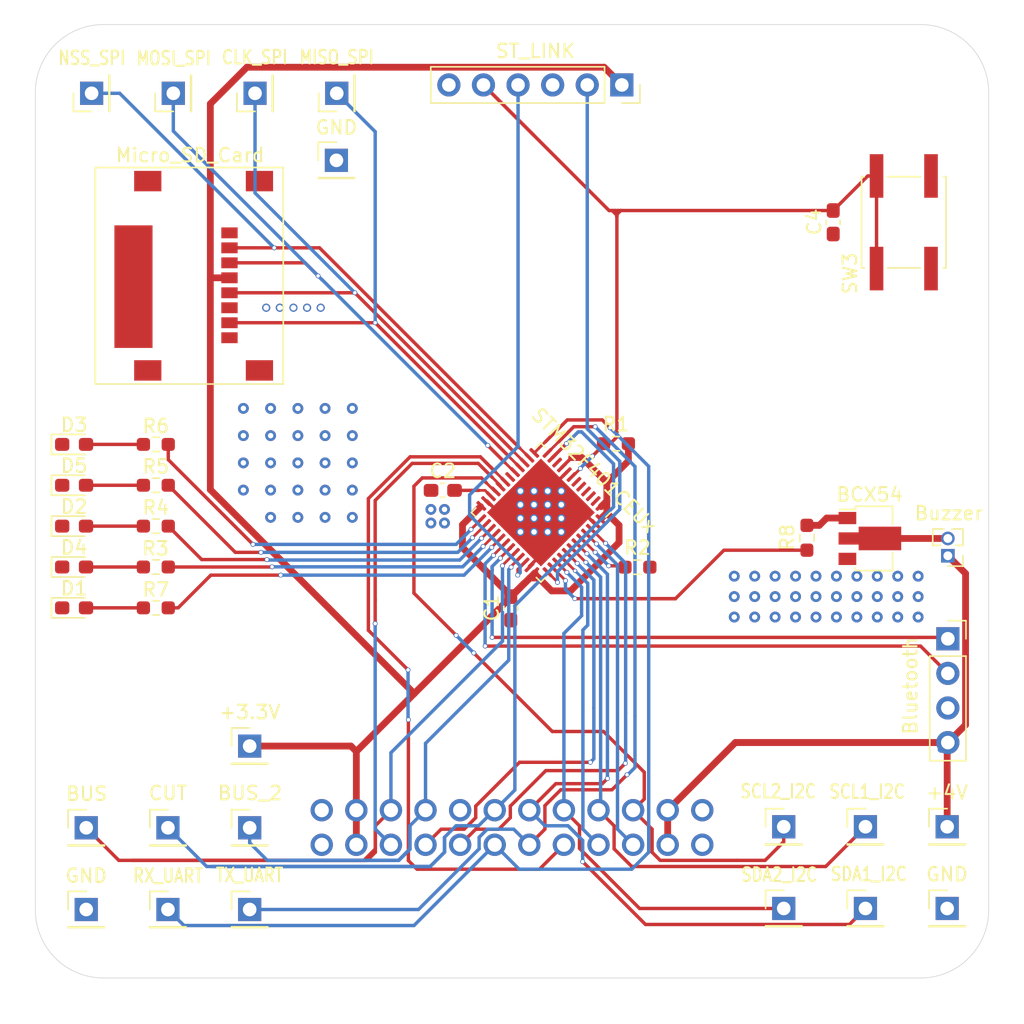
<source format=kicad_pcb>
(kicad_pcb (version 20211014) (generator pcbnew)
  (layers (0 "F.Cu" signal) (31 "B.Cu" signal) (34 "B.Paste" user) (35 "F.Paste" user) (36 "B.SilkS" user "B.Silkscreen") (37 "F.SilkS" user "F.Silkscreen") (38 "B.Mask" user) (39 "F.Mask" user) (44 "Edge.Cuts" user))
  (net 0 "")
  (net 1 "GND")
  (net 2 "Net-(J1-Pad6)")
  (net 3 "/NRST")
  (net 4 "Net-(D1-Pad2)")
  (net 5 "Net-(D2-Pad2)")
  (net 6 "Net-(D3-Pad2)")
  (net 7 "Net-(D4-Pad2)")
  (net 8 "Net-(D5-Pad2)")
  (net 9 "/SWCLK")
  (net 10 "/SWDIO")
  (net 11 "Net-(J2-Pad8)")
  (net 12 "/MISO")
  (net 13 "/CLK")
  (net 14 "/MOSI")
  (net 15 "Net-(J2-Pad1)")
  (net 16 "+3V3")
  (net 17 "Net-(C2-Pad2)")
  (net 18 "/NSS")
  (net 19 "+4V")
  (net 20 "/SDA1_KOP")
  (net 21 "/SCL1_KOP")
  (net 22 "/RX_KOP")
  (net 23 "/TX_KOP")
  (net 24 "/BUS_CONTROL1")
  (net 25 "/BUS_CONTROL2")
  (net 26 "/SDA2_KOP")
  (net 27 "/SCL2_KOP")
  (net 28 "/MCU_KAM_OK_1")
  (net 29 "/MCU_KAM_START_1")
  (net 30 "/MCU_KAM_ON_1")
  (net 31 "/MCU_KAM_ON_2")
  (net 32 "/MCU_KAM_START_2")
  (net 33 "/MCU_KAM_OK_2")
  (net 34 "/RX_BLUETOOTH")
  (net 35 "/TX_BLUETOOTH")
  (net 36 "Net-(R2-Pad1)")
  (net 37 "Net-(U3-Pad2)")
  (net 38 "Net-(U3-Pad3)")
  (net 39 "Net-(U3-Pad4)")
  (net 40 "Net-(U3-Pad5)")
  (net 41 "Net-(U3-Pad6)")
  (net 42 "Net-(U3-Pad10)")
  (net 43 "Net-(R3-Pad1)")
  (net 44 "Net-(R4-Pad1)")
  (net 45 "Net-(R5-Pad1)")
  (net 46 "Net-(R6-Pad1)")
  (net 47 "Net-(R7-Pad1)")
  (net 48 "/CUT_CONTROL")
  (net 49 "Net-(J3-Pad17)")
  (net 50 "Net-(BZ1-Pad2)")
  (net 51 "Net-(Q1-Pad1)")
  (net 52 "/BUZZER")
  (net 53 "Net-(U3-Pad18)")
  (footprint "Borta_Dators:SAMTEC-SSW-112-02-X-D-RA" (layer "F.Cu") (at 115 116 180)
    (fp_text reference "J3")
    (fp_text value "Conn_02x12_Top_Bottom")
  )
  (footprint "Connector_PinHeader_1.27mm:PinHeader_1x02_P1.27mm_Vertical" (layer "F.Cu") (at 147 89.0016 180)
    (fp_text reference "BZ1")
    (fp_text value "Buzzer")
  )
  (footprint "Capacitor_SMD:C_0603_1608Metric_Pad1.08x0.95mm_HandSolder" (layer "F.Cu") (at 114.9096 92.8624 -90)
    (fp_text reference "C1")
    (fp_text value "100nF")
  )
  (footprint "Capacitor_SMD:C_0603_1608Metric_Pad1.08x0.95mm_HandSolder" (layer "F.Cu") (at 138.5824 64.516 -90)
    (fp_text reference "C4")
    (fp_text value "100nF")
  )
  (footprint "Diode_SMD:D_0603_1608Metric_Pad1.05x0.95mm_HandSolder" (layer "F.Cu") (at 82.8476 92.826)
    (fp_text reference "D1")
    (fp_text value "LED_Small")
  )
  (footprint "Diode_SMD:D_0603_1608Metric_Pad1.05x0.95mm_HandSolder" (layer "F.Cu") (at 82.8476 86.826)
    (fp_text reference "D2")
    (fp_text value "LED_Small")
  )
  (footprint "Diode_SMD:D_0603_1608Metric_Pad1.05x0.95mm_HandSolder" (layer "F.Cu") (at 82.8476 80.826)
    (fp_text reference "D3")
    (fp_text value "LED_Small")
  )
  (footprint "Diode_SMD:D_0603_1608Metric_Pad1.05x0.95mm_HandSolder" (layer "F.Cu") (at 82.8476 89.826)
    (fp_text reference "D4")
    (fp_text value "LED_Small")
  )
  (footprint "Diode_SMD:D_0603_1608Metric_Pad1.05x0.95mm_HandSolder" (layer "F.Cu") (at 82.8476 83.826)
    (fp_text reference "D5")
    (fp_text value "LED_Small")
  )
  (footprint "Connector_PinSocket_2.54mm:PinSocket_1x06_P2.54mm_Vertical" (layer "F.Cu") (at 123.063 54.4322 -90)
    (fp_text reference "J1")
    (fp_text value "ST_LINK")
  )
  (footprint "Borta_Dators:Micro_SD" (layer "F.Cu") (at 92.4052 70.993 90)
    (fp_text reference "J2")
    (fp_text value "Micro_SD_Card")
  )
  (footprint "Connector_PinSocket_2.54mm:PinSocket_1x04_P2.54mm_Vertical" (layer "F.Cu") (at 147 95.0976)
    (fp_text reference "J6")
    (fp_text value "Bluetooth")
  )
  (footprint "Package_TO_SOT_SMD:SOT-89-3" (layer "F.Cu") (at 141.2748 87.7316)
    (fp_text reference "Q1")
    (fp_text value "BCX54")
  )
  (footprint "Resistor_SMD:R_0603_1608Metric_Pad0.98x0.95mm_HandSolder" (layer "F.Cu") (at 122.6312 80.772)
    (fp_text reference "R1")
    (fp_text value "10k")
  )
  (footprint "Resistor_SMD:R_0603_1608Metric_Pad0.98x0.95mm_HandSolder" (layer "F.Cu") (at 124.206 89.8398)
    (fp_text reference "R2")
    (fp_text value "1k")
  )
  (footprint "Resistor_SMD:R_0603_1608Metric_Pad0.98x0.95mm_HandSolder" (layer "F.Cu") (at 88.8476 89.826 180)
    (fp_text reference "R3")
    (fp_text value "150")
  )
  (footprint "Resistor_SMD:R_0603_1608Metric_Pad0.98x0.95mm_HandSolder" (layer "F.Cu") (at 88.8476 83.826 180)
    (fp_text reference "R5")
    (fp_text value "150")
  )
  (footprint "Resistor_SMD:R_0603_1608Metric_Pad0.98x0.95mm_HandSolder" (layer "F.Cu") (at 88.8476 80.826 180)
    (fp_text reference "R6")
    (fp_text value "150")
  )
  (footprint "Resistor_SMD:R_0603_1608Metric_Pad0.98x0.95mm_HandSolder" (layer "F.Cu") (at 136.652 87.6808 -90)
    (fp_text reference "R8")
    (fp_text value "R_Small")
  )
  (footprint "Button_Switch_SMD:SW_SPST_EVQQ2" (layer "F.Cu") (at 143.764 64.516 90)
    (fp_text reference "SW3")
    (fp_text value "SW_Push")
  )
  (footprint "Connector_PinHeader_2.54mm:PinHeader_1x01_P2.54mm_Vertical" (layer "F.Cu") (at 83.738 108.9746)
    (fp_text reference "TP3")
    (fp_text value "BUS")
  )
  (footprint "Connector_PinHeader_2.54mm:PinHeader_1x01_P2.54mm_Vertical" (layer "F.Cu") (at 95.738 108.9746)
    (fp_text reference "TP109")
    (fp_text value "BUS_2")
  )
  (footprint "Connector_PinHeader_2.54mm:PinHeader_1x01_P2.54mm_Vertical" (layer "F.Cu") (at 140.9502 114.8984)
    (fp_text reference "TP5")
    (fp_text value "SDA1_I2C")
  )
  (footprint "Connector_PinHeader_2.54mm:PinHeader_1x01_P2.54mm_Vertical" (layer "F.Cu") (at 89.738 114.9746)
    (fp_text reference "TP7")
    (fp_text value "RX_UART")
  )
  (footprint "Connector_PinHeader_2.54mm:PinHeader_1x01_P2.54mm_Vertical" (layer "F.Cu") (at 95.738 114.9746)
    (fp_text reference "TP8")
    (fp_text value "TX_UART")
  )
  (footprint "Connector_PinHeader_2.54mm:PinHeader_1x01_P2.54mm_Vertical" (layer "F.Cu") (at 89.738 108.9746)
    (fp_text reference "TP9")
    (fp_text value "CUT")
  )
  (footprint "Connector_PinHeader_2.54mm:PinHeader_1x01_P2.54mm_Vertical" (layer "F.Cu") (at 134.9502 114.8984)
    (fp_text reference "TP10")
    (fp_text value "SDA2_I2C")
  )
  (footprint "Connector_PinHeader_2.54mm:PinHeader_1x01_P2.54mm_Vertical" (layer "F.Cu") (at 84.1316 55.0458 90)
    (fp_text reference "TP12")
    (fp_text value "NSS_SPI")
  )
  (footprint "Connector_PinHeader_2.54mm:PinHeader_1x01_P2.54mm_Vertical" (layer "F.Cu") (at 90.1316 55.0458 90)
    (fp_text reference "TP13")
    (fp_text value "MOSI_SPI")
  )
  (footprint "Connector_PinHeader_2.54mm:PinHeader_1x01_P2.54mm_Vertical" (layer "F.Cu") (at 96.1316 55.0458 90)
    (fp_text reference "TP14")
    (fp_text value "CLK_SPI")
  )
  (footprint "Connector_PinHeader_2.54mm:PinHeader_1x01_P2.54mm_Vertical" (layer "F.Cu") (at 102.1316 55.0458 90)
    (fp_text reference "TP15")
    (fp_text value "MISO_SPI")
  )
  (footprint "Connector_PinHeader_2.54mm:PinHeader_1x01_P2.54mm_Vertical" (layer "F.Cu") (at 146.9502 114.8984)
    (fp_text reference "TP16")
    (fp_text value "GND")
  )
  (footprint "Connector_PinHeader_2.54mm:PinHeader_1x01_P2.54mm_Vertical" (layer "F.Cu") (at 102.108 59.9694)
    (fp_text reference "TP17")
    (fp_text value "GND")
  )
  (footprint "Connector_PinHeader_2.54mm:PinHeader_1x01_P2.54mm_Vertical" (layer "F.Cu") (at 83.738 114.9746)
    (fp_text reference "TP18")
    (fp_text value "GND")
  )
  (footprint "Package_DFN_QFN:QFN-48-1EP_7x7mm_P0.5mm_EP5.6x5.6mm" (layer "F.Cu") (at 117.1194 85.8266 -135)
    (fp_text reference "Ue")
    (fp_text value "STM32F401CEUx")
  )
  (footprint "Capacitor_SMD:C_0603_1608Metric_Pad1.08x0.95mm_HandSolder" (layer "F.Cu") (at 109.9185 84.201)
    (fp_text reference "C2")
    (fp_text value "4.7uF")
  )
  (footprint "Resistor_SMD:R_0603_1608Metric_Pad0.98x0.95mm_HandSolder" (layer "F.Cu") (at 88.8476 86.826 180)
    (fp_text reference "R4")
    (fp_text value "150")
  )
  (footprint "Resistor_SMD:R_0603_1608Metric_Pad0.98x0.95mm_HandSolder" (layer "F.Cu") (at 88.8476 92.826 180)
    (fp_text reference "R7")
    (fp_text value "150")
  )
  (footprint "Connector_PinHeader_2.54mm:PinHeader_1x01_P2.54mm_Vertical" (layer "F.Cu") (at 146.9502 108.8984)
    (fp_text reference "TP1")
    (fp_text value "+4V")
  )
  (footprint "Connector_PinHeader_2.54mm:PinHeader_1x01_P2.54mm_Vertical" (layer "F.Cu") (at 134.9502 108.8984)
    (fp_text reference "TP11")
    (fp_text value "SCL2_I2C")
  )
  (footprint "Connector_PinHeader_2.54mm:PinHeader_1x01_P2.54mm_Vertical" (layer "F.Cu") (at 95.738 102.9746)
    (fp_text reference "TP2")
    (fp_text value "+3.3V")
  )
  (footprint "Connector_PinHeader_2.54mm:PinHeader_1x01_P2.54mm_Vertical" (layer "F.Cu") (at 140.9502 108.8984)
    (fp_text reference "TP6")
    (fp_text value "SCL1_I2C")
  )
  (gr_line (start 80 115) (end 80 55) (layer "Edge.Cuts") (width 0.05))
  (gr_arc (start 145 50) (mid 148.535534 51.464466) (end 150 55) (layer "Edge.Cuts") (width 0.05))
  (gr_arc (start 80 55) (mid 81.464466 51.464466) (end 85 50) (layer "Edge.Cuts") (width 0.05))
  (gr_arc (start 150 115) (mid 148.535534 118.535534) (end 145 120) (layer "Edge.Cuts") (width 0.05))
  (gr_line (start 145 120) (end 85 120) (layer "Edge.Cuts") (width 0.05))
  (gr_line (start 85 50) (end 145 50) (layer "Edge.Cuts") (width 0.05))
  (gr_arc (start 85 120) (mid 81.464466 118.535534) (end 80 115) (layer "Edge.Cuts") (width 0.05))
  (gr_line (start 150 55) (end 150 115) (layer "Edge.Cuts") (width 0.05))
  (segment (start 116.279711 89.777572) (end 117.1194 88.937883) (width 0.25) (layer "F.Cu") (net 1))
  (segment (start 113.168428 84.986911) (end 114.008117 85.8266) (width 0.25) (layer "F.Cu") (net 1))
  (segment (start 113.09773 84.986911) (end 113.168428 84.986911) (width 0.25) (layer "F.Cu") (net 1))
  (segment (start 116.279711 89.84827) (end 116.279711 89.777572) (width 0.25) (layer "F.Cu") (net 1))
  (segment (start 121.14107 86.666289) (end 121.084699 86.666289) (width 0.25) (layer "F.Cu") (net 1))
  (segment (start 117.1194 88.937883) (end 117.1194 85.8266) (width 0.25) (layer "F.Cu") (net 1))
  (segment (start 119.019749 82.86559) (end 117.1194 84.765939) (width 0.25) (layer "F.Cu") (net 1))
  (segment (start 117.1194 84.765939) (end 117.1194 85.8266) (width 0.25) (layer "F.Cu") (net 1))
  (segment (start 121.084699 86.666289) (end 120.24501 85.8266) (width 0.25) (layer "F.Cu") (net 1))
  (segment (start 114.008117 85.8266) (end 117.1194 85.8266) (width 0.25) (layer "F.Cu") (net 1))
  (segment (start 120.24501 85.8266) (end 117.1194 85.8266) (width 0.25) (layer "F.Cu") (net 1))
  (via (at 118.618 85.2518) (size 0.6) (drill 0.4) (layers "F.Cu" "B.Cu") (net 1))
  (via (at 118.618 86.2518) (size 0.6) (drill 0.4) (layers "F.Cu" "B.Cu") (net 1))
  (via (at 118.618 87.2518) (size 0.6) (drill 0.4) (layers "F.Cu" "B.Cu") (net 1))
  (via (at 117.618 84.2518) (size 0.6) (drill 0.4) (layers "F.Cu" "B.Cu") (net 1))
  (via (at 117.618 85.2518) (size 0.6) (drill 0.4) (layers "F.Cu" "B.Cu") (net 1))
  (via (at 117.618 86.2518) (size 0.6) (drill 0.4) (layers "F.Cu" "B.Cu") (net 1))
  (via (at 117.618 87.2518) (size 0.6) (drill 0.4) (layers "F.Cu" "B.Cu") (net 1))
  (via (at 116.618 84.2518) (size 0.6) (drill 0.4) (layers "F.Cu" "B.Cu") (net 1))
  (via (at 116.618 85.2518) (size 0.6) (drill 0.4) (layers "F.Cu" "B.Cu") (net 1))
  (via (at 116.618 86.2518) (size 0.6) (drill 0.4) (layers "F.Cu" "B.Cu") (net 1))
  (via (at 116.618 87.2518) (size 0.6) (drill 0.4) (layers "F.Cu" "B.Cu") (net 1))
  (via (at 115.618 84.2518) (size 0.6) (drill 0.4) (layers "F.Cu" "B.Cu") (net 1))
  (via (at 115.618 85.2518) (size 0.6) (drill 0.4) (layers "F.Cu" "B.Cu") (net 1))
  (via (at 115.618 86.2518) (size 0.6) (drill 0.4) (layers "F.Cu" "B.Cu") (net 1))
  (via (at 115.618 87.2518) (size 0.6) (drill 0.4) (layers "F.Cu" "B.Cu") (net 1))
  (via (at 97.9518 70.7898) (size 0.6) (drill 0.4) (layers "F.Cu" "B.Cu") (net 1))
  (via (at 98.9518 70.7898) (size 0.6) (drill 0.4) (layers "F.Cu" "B.Cu") (net 1))
  (via (at 99.9518 70.7898) (size 0.6) (drill 0.4) (layers "F.Cu" "B.Cu") (net 1))
  (via (at 100.9518 70.7898) (size 0.6) (drill 0.4) (layers "F.Cu" "B.Cu") (net 1))
  (via (at 97.2754 78.1812) (size 0.8) (drill 0.4) (layers "F.Cu" "B.Cu") (net 1))
  (via (at 99.2754 78.1812) (size 0.8) (drill 0.4) (layers "F.Cu" "B.Cu") (net 1))
  (via (at 101.2754 78.1812) (size 0.8) (drill 0.4) (layers "F.Cu" "B.Cu") (net 1))
  (via (at 103.2754 78.1812) (size 0.8) (drill 0.4) (layers "F.Cu" "B.Cu") (net 1))
  (via (at 95.2754 80.1812) (size 0.8) (drill 0.4) (layers "F.Cu" "B.Cu") (net 1))
  (via (at 97.2754 80.1812) (size 0.8) (drill 0.4) (layers "F.Cu" "B.Cu") (net 1))
  (via (at 99.2754 80.1812) (size 0.8) (drill 0.4) (layers "F.Cu" "B.Cu") (net 1))
  (via (at 101.2754 80.1812) (size 0.8) (drill 0.4) (layers "F.Cu" "B.Cu") (net 1))
  (via (at 103.2754 80.1812) (size 0.8) (drill 0.4) (layers "F.Cu" "B.Cu") (net 1))
  (via (at 95.2754 82.1812) (size 0.8) (drill 0.4) (layers "F.Cu" "B.Cu") (net 1))
  (via (at 97.2754 82.1812) (size 0.8) (drill 0.4) (layers "F.Cu" "B.Cu") (net 1))
  (via (at 99.2754 82.1812) (size 0.8) (drill 0.4) (layers "F.Cu" "B.Cu") (net 1))
  (via (at 101.2754 82.1812) (size 0.8) (drill 0.4) (layers "F.Cu" "B.Cu") (net 1))
  (via (at 103.2754 82.1812) (size 0.8) (drill 0.4) (layers "F.Cu" "B.Cu") (net 1))
  (via (at 95.2754 84.1812) (size 0.8) (drill 0.4) (layers "F.Cu" "B.Cu") (net 1))
  (via (at 97.2754 84.1812) (size 0.8) (drill 0.4) (layers "F.Cu" "B.Cu") (net 1))
  (via (at 99.2754 84.1812) (size 0.8) (drill 0.4) (layers "F.Cu" "B.Cu") (net 1))
  (via (at 101.2754 84.1812) (size 0.8) (drill 0.4) (layers "F.Cu" "B.Cu") (net 1))
  (via (at 103.2754 84.1812) (size 0.8) (drill 0.4) (layers "F.Cu" "B.Cu") (net 1))
  (via (at 97.2754 86.1812) (size 0.8) (drill 0.4) (layers "F.Cu" "B.Cu") (net 1))
  (via (at 99.2754 86.1812) (size 0.8) (drill 0.4) (layers "F.Cu" "B.Cu") (net 1))
  (via (at 101.2754 86.1812) (size 0.8) (drill 0.4) (layers "F.Cu" "B.Cu") (net 1))
  (via (at 103.2754 86.1812) (size 0.8) (drill 0.4) (layers "F.Cu" "B.Cu") (net 1))
  (via (at 132.818 90.5002) (size 0.8) (drill 0.4) (layers "F.Cu" "B.Cu") (net 1))
  (via (at 134.318 90.5002) (size 0.8) (drill 0.4) (layers "F.Cu" "B.Cu") (net 1))
  (via (at 135.818 90.5002) (size 0.8) (drill 0.4) (layers "F.Cu" "B.Cu") (net 1))
  (via (at 137.318 90.5002) (size 0.8) (drill 0.4) (layers "F.Cu" "B.Cu") (net 1))
  (via (at 138.818 90.5002) (size 0.8) (drill 0.4) (layers "F.Cu" "B.Cu") (net 1))
  (via (at 140.318 90.5002) (size 0.8) (drill 0.4) (layers "F.Cu" "B.Cu") (net 1))
  (via (at 141.818 90.5002) (size 0.8) (drill 0.4) (layers "F.Cu" "B.Cu") (net 1))
  (via (at 143.318 90.5002) (size 0.8) (drill 0.4) (layers "F.Cu" "B.Cu") (net 1))
  (via (at 144.818 90.5002) (size 0.8) (drill 0.4) (layers "F.Cu" "B.Cu") (net 1))
  (via (at 131.318 92.0002) (size 0.8) (drill 0.4) (layers "F.Cu" "B.Cu") (net 1))
  (via (at 132.818 92.0002) (size 0.8) (drill 0.4) (layers "F.Cu" "B.Cu") (net 1))
  (via (at 134.318 92.0002) (size 0.8) (drill 0.4) (layers "F.Cu" "B.Cu") (net 1))
  (via (at 135.818 92.0002) (size 0.8) (drill 0.4) (layers "F.Cu" "B.Cu") (net 1))
  (via (at 137.318 92.0002) (size 0.8) (drill 0.4) (layers "F.Cu" "B.Cu") (net 1))
  (via (at 138.818 92.0002) (size 0.8) (drill 0.4) (layers "F.Cu" "B.Cu") (net 1))
  (via (at 140.318 92.0002) (size 0.8) (drill 0.4) (layers "F.Cu" "B.Cu") (net 1))
  (via (at 141.818 92.0002) (size 0.8) (drill 0.4) (layers "F.Cu" "B.Cu") (net 1))
  (via (at 143.318 92.0002) (size 0.8) (drill 0.4) (layers "F.Cu" "B.Cu") (net 1))
  (via (at 144.818 92.0002) (size 0.8) (drill 0.4) (layers "F.Cu" "B.Cu") (net 1))
  (via (at 131.318 93.5002) (size 0.8) (drill 0.4) (layers "F.Cu" "B.Cu") (net 1))
  (via (at 132.818 93.5002) (size 0.8) (drill 0.4) (layers "F.Cu" "B.Cu") (net 1))
  (via (at 134.318 93.5002) (size 0.8) (drill 0.4) (layers "F.Cu" "B.Cu") (net 1))
  (via (at 135.818 93.5002) (size 0.8) (drill 0.4) (layers "F.Cu" "B.Cu") (net 1))
  (via (at 137.318 93.5002) (size 0.8) (drill 0.4) (layers "F.Cu" "B.Cu") (net 1))
  (via (at 138.818 93.5002) (size 0.8) (drill 0.4) (layers "F.Cu" "B.Cu") (net 1))
  (via (at 140.318 93.5002) (size 0.8) (drill 0.4) (layers "F.Cu" "B.Cu") (net 1))
  (via (at 141.818 93.5002) (size 0.8) (drill 0.4) (layers "F.Cu" "B.Cu") (net 1))
  (via (at 143.318 93.5002) (size 0.8) (drill 0.4) (layers "F.Cu" "B.Cu") (net 1))
  (via (at 144.818 93.5002) (size 0.8) (drill 0.4) (layers "F.Cu" "B.Cu") (net 1))
  (via (at 110.0422 85.598) (size 0.8) (drill 0.4) (layers "F.Cu" "B.Cu") (net 1))
  (via (at 109.0422 86.598) (size 0.8) (drill 0.4) (layers "F.Cu" "B.Cu") (net 1))
  (via (at 110.0422 86.598) (size 0.8) (drill 0.4) (layers "F.Cu" "B.Cu") (net 1))
  (via (at 109.0422 85.598) (size 0.8) (drill 0.4) (layers "F.Cu" "B.Cu") (net 1))
  (via (at 118.618 84.2518) (size 0.6) (drill 0.4) (layers "F.Cu" "B.Cu") (net 1))
  (via (at 95.2754 78.1812) (size 0.8) (drill 0.4) (layers "F.Cu" "B.Cu") (net 1))
  (via (at 96.9518 70.7898) (size 0.6) (drill 0.4) (layers "F.Cu" "B.Cu") (net 1))
  (via (at 131.318 90.5002) (size 0.8) (drill 0.4) (layers "F.Cu" "B.Cu") (net 1))
  (segment (start 122.1243 63.6535) (end 122.3529 63.6535) (width 0.25) (layer "F.Cu") (net 3))
  (segment (start 122.3529 63.6535) (end 122.5539 63.6535) (width 0.25) (layer "F.Cu") (net 3))
  (segment (start 141.764 67.916) (end 141.764 61.116) (width 0.25) (layer "F.Cu") (net 3))
  (segment (start 122.5539 63.6535) (end 122.7847 63.6535) (width 0.25) (layer "F.Cu") (net 3))
  (segment (start 120.906743 81.683657) (end 121.7187 80.8717) (width 0.25) (layer "F.Cu") (net 3))
  (segment (start 122.699401 63.799001) (end 122.5539 63.6535) (width 0.25) (layer "F.Cu") (net 3))
  (segment (start 112.903 54.4322) (end 122.1243 63.6535) (width 0.25) (layer "F.Cu") (net 3))
  (segment (start 122.699401 64.101601) (end 122.699401 64.000001) (width 0.25) (layer "F.Cu") (net 3))
  (segment (start 119.396656 83.219144) (end 120.015 82.6008) (width 0.2) (layer "F.Cu") (net 3))
  (segment (start 122.2062 80.772) (end 122.699401 80.278799) (width 0.25) (layer "F.Cu") (net 3))
  (segment (start 122.699401 64.101601) (end 122.699401 63.939799) (width 0.25) (layer "F.Cu") (net 3))
  (segment (start 122.699401 63.939799) (end 122.9857 63.6535) (width 0.25) (layer "F.Cu") (net 3))
  (segment (start 122.699401 64.000001) (end 122.3529 63.6535) (width 0.25) (layer "F.Cu") (net 3))
  (segment (start 119.373303 83.219144) (end 119.396656 83.219144) (width 0.2) (layer "F.Cu") (net 3))
  (segment (start 121.7187 80.8717) (end 121.7187 80.772) (width 0.25) (layer "F.Cu") (net 3))
  (segment (start 121.7187 80.772) (end 122.2062 80.772) (width 0.25) (layer "F.Cu") (net 3))
  (segment (start 122.699401 63.738799) (end 122.7847 63.6535) (width 0.25) (layer "F.Cu") (net 3))
  (segment (start 116.6048 58.134) (end 112.903 54.4322) (width 0.25) (layer "F.Cu") (net 3))
  (segment (start 122.699401 64.101601) (end 122.699401 63.799001) (width 0.25) (layer "F.Cu") (net 3))
  (segment (start 122.699401 80.278799) (end 122.699401 64.101601) (width 0.25) (layer "F.Cu") (net 3))
  (segment (start 122.7847 63.6535) (end 122.9857 63.6535) (width 0.25) (layer "F.Cu") (net 3))
  (segment (start 122.699401 63.799001) (end 122.699401 63.738799) (width 0.25) (layer "F.Cu") (net 3))
  (segment (start 121.7187 80.772) (end 121.9211 80.772) (width 0.25) (layer "F.Cu") (net 3))
  (segment (start 122.9857 63.6535) (end 138.5824 63.6535) (width 0.25) (layer "F.Cu") (net 3))
  (segment (start 141.764 61.116) (end 141.1199 61.116) (width 0.25) (layer "F.Cu") (net 3))
  (segment (start 141.1199 61.116) (end 138.5824 63.6535) (width 0.25) (layer "F.Cu") (net 3))
  (via (at 120.906743 81.683657) (size 0.35) (drill 0.25) (layers "F.Cu" "B.Cu") (net 3))
  (via (at 120.015 82.6008) (size 0.35) (drill 0.25) (layers "F.Cu" "B.Cu") (net 3))
  (segment (start 120.015 82.5754) (end 120.906743 81.683657) (width 0.25) (layer "B.Cu") (net 3))
  (segment (start 120.015 82.6008) (end 120.015 82.5754) (width 0.25) (layer "B.Cu") (net 3))
  (segment (start 83.7226 92.826) (end 87.9351 92.826) (width 0.25) (layer "F.Cu") (net 4))
  (segment (start 83.7226 86.826) (end 87.9351 86.826) (width 0.25) (layer "F.Cu") (net 5))
  (segment (start 83.7226 80.826) (end 87.9351 80.826) (width 0.25) (layer "F.Cu") (net 6))
  (segment (start 83.7226 89.826) (end 87.9351 89.826) (width 0.25) (layer "F.Cu") (net 7))
  (segment (start 83.7226 83.826) (end 87.9351 83.826) (width 0.25) (layer "F.Cu") (net 8))
  (segment (start 118.3386 90.9574) (end 118.3386 90.934887) (width 0.2) (layer "F.Cu") (net 9))
  (segment (start 118.3386 90.934887) (end 117.605536 90.201823) (width 0.2) (layer "F.Cu") (net 9))
  (via (at 118.3386 90.9574) (size 0.35) (drill 0.25) (layers "F.Cu" "B.Cu") (net 9))
  (segment (start 118.3386 90.166598) (end 118.3386 90.9574) (width 0.25) (layer "B.Cu") (net 9))
  (segment (start 120.523 54.4322) (end 120.523 79.683202) (width 0.25) (layer "B.Cu") (net 9))
  (segment (start 122.9106 82.070802) (end 122.9106 85.594598) (width 0.25) (layer "B.Cu") (net 9))
  (segment (start 122.9106 85.594598) (end 118.3386 90.166598) (width 0.25) (layer "B.Cu") (net 9))
  (segment (start 120.523 79.683202) (end 122.9106 82.070802) (width 0.25) (layer "B.Cu") (net 9))
  (segment (start 115.4176 90.424) (end 115.4176 90.003273) (width 0.2) (layer "F.Cu") (net 10))
  (segment (start 115.4176 90.003273) (end 115.926157 89.494716) (width 0.2) (layer "F.Cu") (net 10))
  (via (at 115.4176 90.424) (size 0.35) (drill 0.25) (layers "F.Cu" "B.Cu") (net 10))
  (segment (start 111.887 86.026398) (end 115.592599 89.731997) (width 0.25) (layer "B.Cu") (net 10))
  (segment (start 111.887 84.5312) (end 111.887 86.026398) (width 0.25) (layer "B.Cu") (net 10))
  (segment (start 115.443 54.4322) (end 115.443 80.9752) (width 0.25) (layer "B.Cu") (net 10))
  (segment (start 115.592599 90.249001) (end 115.4176 90.424) (width 0.25) (layer "B.Cu") (net 10))
  (segment (start 115.592599 89.731997) (end 115.592599 90.249001) (width 0.25) (layer "B.Cu") (net 10))
  (segment (start 115.443 80.9752) (end 111.887 84.5312) (width 0.25) (layer "B.Cu") (net 10))
  (segment (start 115.572604 82.512037) (end 115.572604 82.511102) (width 0.2) (layer "F.Cu") (net 12))
  (segment (start 104.954502 71.893) (end 94.2552 71.893) (width 0.25) (layer "F.Cu") (net 12))
  (segment (start 115.572604 82.511102) (end 114.800811 81.739309) (width 0.2) (layer "F.Cu") (net 12))
  (segment (start 114.800811 81.739309) (end 104.954502 71.893) (width 0.25) (layer "F.Cu") (net 12))
  (via (at 104.954034 71.893468) (size 0.35) (drill 0.25) (layers "F.Cu" "B.Cu") (net 12))
  (segment (start 104.954034 57.868234) (end 104.954034 71.893468) (width 0.25) (layer "B.Cu") (net 12))
  (segment (start 102.1316 55.0458) (end 104.954034 57.868234) (width 0.25) (layer "B.Cu") (net 12))
  (segment (start 115.926157 82.158483) (end 115.176757 81.409083) (width 0.2) (layer "F.Cu") (net 13))
  (segment (start 115.176757 81.409083) (end 103.460673 69.693) (width 0.25) (layer "F.Cu") (net 13))
  (segment (start 115.926157 82.158484) (end 115.926157 82.158483) (width 0.2) (layer "F.Cu") (net 13))
  (segment (start 103.460673 69.693) (end 103.0016 69.693) (width 0.25) (layer "F.Cu") (net 13))
  (segment (start 94.2552 69.693) (end 103.0016 69.693) (width 0.25) (layer "F.Cu") (net 13))
  (via (at 103.460673 69.693) (size 0.35) (drill 0.25) (layers "F.Cu" "B.Cu") (net 13))
  (segment (start 96.1316 62.363927) (end 103.460673 69.693) (width 0.25) (layer "B.Cu") (net 13))
  (segment (start 96.1316 55.0458) (end 96.1316 62.363927) (width 0.25) (layer "B.Cu") (net 13))
  (segment (start 115.219051 82.86559) (end 115.18709 82.86559) (width 0.2) (layer "F.Cu") (net 14))
  (segment (start 99.8018 67.493) (end 94.2552 67.493) (width 0.25) (layer "F.Cu") (net 14))
  (segment (start 113.2205 80.899) (end 114.48923 82.16773) (width 0.25) (layer "F.Cu") (net 14))
  (segment (start 100.7618 68.453) (end 99.8018 67.493) (width 0.25) (layer "F.Cu") (net 14))
  (segment (start 115.18709 82.86559) (end 114.48923 82.16773) (width 0.2) (layer "F.Cu") (net 14))
  (via (at 113.2205 80.899) (size 0.35) (drill 0.25) (layers "F.Cu" "B.Cu") (net 14))
  (via (at 100.7618 68.453) (size 0.35) (drill 0.25) (layers "F.Cu" "B.Cu") (net 14))
  (segment (start 90.1316 57.8228) (end 100.7618 68.453) (width 0.25) (layer "B.Cu") (net 14))
  (segment (start 101.0666 68.7451) (end 101.0539 68.7451) (width 0.25) (layer "B.Cu") (net 14))
  (segment (start 113.2205 80.899) (end 101.0666 68.7451) (width 0.25) (layer "B.Cu") (net 14))
  (segment (start 101.0539 68.7451) (end 100.7618 68.453) (width 0.25) (layer "B.Cu") (net 14))
  (segment (start 90.1316 55.0458) (end 90.1316 57.8228) (width 0.25) (layer "B.Cu") (net 14))
  (segment (start 114.9096 91.9999) (end 114.941269 91.9999) (width 0.5) (layer "F.Cu") (net 16))
  (segment (start 121.962939 84.97823) (end 121.547664 85.393505) (width 0.5) (layer "F.Cu") (net 16))
  (segment (start 111.363599 88.401999) (end 111.363599 86.721042) (width 0.5) (layer "F.Cu") (net 16))
  (segment (start 121.962939 85.84442) (end 121.962939 85.869539) (width 0.5) (layer "F.Cu") (net 16))
  (segment (start 116.95978 90.63442) (end 116.306748 90.63442) (width 0.5) (layer "F.Cu") (net 16))
  (segment (start 107.820335 99.120835) (end 103.57 103.371169) (width 0.5) (layer "F.Cu") (net 16))
  (segment (start 114.9096 91.948) (end 111.363599 88.401999) (width 0.5) (layer "F.Cu") (net 16))
  (segment (start 115.884916 91.024584) (end 114.9096 91.9999) (width 0.5) (layer "F.Cu") (net 16))
  (segment (start 92.849599 55.817799) (end 95.535199 53.132199) (width 0.5) (layer "F.Cu") (net 16))
  (segment (start 114.951384 91.989784) (end 111.363599 88.401999) (width 0.5) (layer "F.Cu") (net 16))
  (segment (start 95.738 102.9746) (end 103.173431 102.9746) (width 0.5) (layer "F.Cu") (net 16))
  (segment (start 116.95978 90.63442) (end 116.633264 90.307904) (width 0.5) (layer "F.Cu") (net 16))
  (segment (start 121.962939 85.84442) (end 121.547664 86.259695) (width 0.5) (layer "F.Cu") (net 16))
  (segment (start 121.962939 83.623737) (end 121.962939 84.97823) (width 0.5) (layer "F.Cu") (net 16))
  (segment (start 115.916584 91.024584) (end 114.951384 91.989784) (width 0.5) (layer "F.Cu") (net 16))
  (segment (start 114.9096 91.9999) (end 114.9096 91.948) (width 0.5) (layer "F.Cu") (net 16))
  (segment (start 121.762999 53.132199) (end 123.063 54.4322) (width 0.5) (layer "F.Cu") (net 16))
  (segment (start 114.941269 91.9999) (end 116.686305 90.254864) (width 0.5) (layer "F.Cu") (net 16))
  (segment (start 92.9256 68.593) (end 92.849599 68.669001) (width 0.5) (layer "F.Cu") (net 16))
  (segment (start 118.666196 82.512037) (end 118.666196 82.501804) (width 0.25) (layer "F.Cu") (net 16))
  (segment (start 117.907761 91.582401) (end 116.95978 90.63442) (width 0.5) (layer "F.Cu") (net 16))
  (segment (start 122.8598 88.021602) (end 119.299001 91.582401) (width 0.5) (layer "F.Cu") (net 16))
  (segment (start 119.38 81.788) (end 120.127202 81.788) (width 0.5) (layer "F.Cu") (net 16))
  (segment (start 114.951384 91.989784) (end 114.583084 92.358084) (width 0.5) (layer "F.Cu") (net 16))
  (segment (start 120.127202 81.788) (end 121.962939 83.623737) (width 0.5) (layer "F.Cu") (net 16))
  (segment (start 111.363599 86.721042) (end 112.691136 85.393505) (width 0.5) (layer "F.Cu") (net 16))
  (segment (start 92.849599 84.150099) (end 107.820335 99.120835) (width 0.5) (layer "F.Cu") (net 16))
  (segment (start 114.9096 92.031569) (end 107.820335 99.120835) (width 0.5) (layer "F.Cu") (net 16))
  (segment (start 123.5437 80.772) (end 123.5437 82.042976) (width 0.5) (layer "F.Cu") (net 16))
  (segment (start 118.666196 82.501804) (end 119.38 81.788) (width 0.25) (layer "F.Cu") (net 16))
  (segment (start 103.57 107.682) (end 103.57 103.371169) (width 0.5) (layer "F.Cu") (net 16))
  (segment (start 92.849599 68.669001) (end 92.849599 84.150099) (width 0.5) (layer "F.Cu") (net 16))
  (segment (start 95.535199 53.132199) (end 121.762999 53.132199) (width 0.5) (layer "F.Cu") (net 16))
  (segment (start 116.633264 90.201823) (end 116.633264 90.307904) (width 0.3) (layer "F.Cu") (net 16))
  (segment (start 114.583084 92.358084) (end 114.265584 92.675584) (width 0.3) (layer "F.Cu") (net 16))
  (segment (start 123.5437 82.042976) (end 121.962939 83.623737) (width 0.5) (layer "F.Cu") (net 16))
  (segment (start 121.962939 84.97823) (end 121.962939 85.84442) (width 0.5) (layer "F.Cu") (net 16))
  (segment (start 119.299001 91.582401) (end 117.907761 91.582401) (width 0.5) (layer "F.Cu") (net 16))
  (segment (start 121.962939 85.869539) (end 122.8598 86.7664) (width 0.5) (layer "F.Cu") (net 16))
  (segment (start 103.173431 102.9746) (end 103.57 103.371169) (width 0.5) (layer "F.Cu") (net 16))
  (segment (start 122.8598 86.7664) (end 122.8598 88.021602) (width 0.5) (layer "F.Cu") (net 16))
  (segment (start 94.2552 68.593) (end 92.9256 68.593) (width 0.5) (layer "F.Cu") (net 16))
  (segment (start 92.849599 68.669001) (end 92.849599 55.817799) (width 0.5) (layer "F.Cu") (net 16))
  (segment (start 116.306748 90.63442) (end 115.916584 91.024584) (width 0.5) (layer "F.Cu") (net 16))
  (segment (start 103.57 110.222) (end 103.57 107.682) (width 0.5) (layer "F.Cu") (net 16))
  (segment (start 114.9096 91.9999) (end 114.9096 92.031569) (width 0.5) (layer "F.Cu") (net 16))
  (segment (start 114.265584 92.675584) (end 114.557684 92.383484) (width 0.5) (layer "F.Cu") (net 16))
  (segment (start 103.39 110.402) (end 103.57 110.222) (width 0.3) (layer "B.Cu") (net 16))
  (segment (start 113.451284 84.633357) (end 113.018927 84.201) (width 0.2) (layer "F.Cu") (net 17))
  (segment (start 112.5728 84.201) (end 110.781 84.201) (width 0.25) (layer "F.Cu") (net 17))
  (segment (start 113.018927 84.201) (end 112.5728 84.201) (width 0.2) (layer "F.Cu") (net 17))
  (segment (start 100.867781 66.393) (end 115.56333 81.08855) (width 0.25) (layer "F.Cu") (net 18))
  (segment (start 116.27971 81.80493) (end 115.56333 81.08855) (width 0.2) (layer "F.Cu") (net 18))
  (segment (start 116.279711 81.80493) (end 116.27971 81.80493) (width 0.2) (layer "F.Cu") (net 18))
  (segment (start 94.2552 66.393) (end 97.5386 66.393) (width 0.25) (layer "F.Cu") (net 18))
  (segment (start 97.5386 66.393) (end 100.867781 66.393) (width 0.25) (layer "F.Cu") (net 18))
  (via (at 97.5386 66.393) (size 0.35) (drill 0.25) (layers "F.Cu" "B.Cu") (net 18))
  (segment (start 86.1914 55.0458) (end 97.5386 66.393) (width 0.25) (layer "B.Cu") (net 18))
  (segment (start 84.1316 55.0458) (end 86.1914 55.0458) (width 0.25) (layer "B.Cu") (net 18))
  (segment (start 146.9502 108.8984) (end 146.9502 102.7674) (width 0.5) (layer "F.Cu") (net 19))
  (segment (start 131.3944 102.7176) (end 147 102.7176) (width 0.5) (layer "F.Cu") (net 19))
  (segment (start 131.3944 102.7176) (end 146.4056 102.7176) (width 0.5) (layer "F.Cu") (net 19))
  (segment (start 126.43 107.682) (end 126.43 110.222) (width 0.5) (layer "F.Cu") (net 19))
  (segment (start 147 102.7176) (end 148.300001 101.417599) (width 0.5) (layer "F.Cu") (net 19))
  (segment (start 148.300001 90.301601) (end 147 89.0016) (width 0.5) (layer "F.Cu") (net 19))
  (segment (start 148.300001 101.417599) (end 148.300001 90.301601) (width 0.5) (layer "F.Cu") (net 19))
  (segment (start 126.43 107.682) (end 131.3944 102.7176) (width 0.5) (layer "F.Cu") (net 19))
  (segment (start 146.9502 102.7674) (end 147 102.7176) (width 0.5) (layer "F.Cu") (net 19))
  (segment (start 146.5 103.2176) (end 147 102.7176) (width 0.5) (layer "B.Cu") (net 19))
  (segment (start 121.630111 105.73469) (end 118.21731 105.73469) (width 0.25) (layer "F.Cu") (net 20))
  (segment (start 139.775199 116.073401) (end 140.9502 114.8984) (width 0.25) (layer "F.Cu") (net 20))
  (segment (start 122.005601 105.3592) (end 121.630111 105.73469) (width 0.25) (layer "F.Cu") (net 20))
  (segment (start 119.728903 88.080503) (end 120.4976 88.8492) (width 0.2) (layer "F.Cu") (net 20))
  (segment (start 124.799691 116.073401) (end 139.775199 116.073401) (width 0.25) (layer "F.Cu") (net 20))
  (segment (start 119.726856 88.080503) (end 119.728903 88.080503) (width 0.2) (layer "F.Cu") (net 20))
  (segment (start 118.21731 105.73469) (end 116.27 107.682) (width 0.25) (layer "F.Cu") (net 20))
  (segment (start 120.187145 111.460855) (end 124.799691 116.073401) (width 0.25) (layer "F.Cu") (net 20))
  (via (at 122.005601 105.3592) (size 0.35) (drill 0.25) (layers "F.Cu" "B.Cu") (net 20))
  (via (at 120.4976 88.8492) (size 0.35) (drill 0.25) (layers "F.Cu" "B.Cu") (net 20))
  (via (at 120.187145 111.460855) (size 0.35) (drill 0.25) (layers "F.Cu" "B.Cu") (net 20))
  (segment (start 119.955001 109.672399) (end 119.109603 108.827001) (width 0.25) (layer "B.Cu") (net 20))
  (segment (start 122.005601 90.357201) (end 122.005601 104.1654) (width 0.25) (layer "B.Cu") (net 20))
  (segment (start 117.415001 108.827001) (end 116.9176 108.3296) (width 0.25) (layer "B.Cu") (net 20))
  (segment (start 120.4976 88.8492) (end 120.6754 89.027) (width 0.25) (layer "B.Cu") (net 20))
  (segment (start 122.005601 104.1654) (end 122.005601 105.3592) (width 0.25) (layer "B.Cu") (net 20))
  (segment (start 121.597799 89.949399) (end 122.005601 90.357201) (width 0.25) (layer "B.Cu") (net 20))
  (segment (start 116.9176 108.3296) (end 116.27 107.682) (width 0.25) (layer "B.Cu") (net 20))
  (segment (start 120.6754 89.027) (end 121.0564 89.408) (width 0.25) (layer "B.Cu") (net 20))
  (segment (start 120.187145 111.460855) (end 120.187145 109.904543) (width 0.25) (layer "B.Cu") (net 20))
  (segment (start 121.0564 89.408) (end 121.597799 89.949399) (width 0.25) (layer "B.Cu") (net 20))
  (segment (start 119.109603 108.827001) (end 117.415001 108.827001) (width 0.25) (layer "B.Cu") (net 20))
  (segment (start 120.187145 109.904543) (end 119.109603 108.827001) (width 0.25) (layer "B.Cu") (net 20))
  (segment (start 119.373303 88.436103) (end 120.4214 89.4842) (width 0.2) (layer "F.Cu") (net 21))
  (segment (start 122.495001 108.827001) (end 121.35 107.682) (width 0.25) (layer "F.Cu") (net 21))
  (segment (start 122.495001 110.521603) (end 122.495001 108.827001) (width 0.25) (layer "F.Cu") (net 21))
  (segment (start 119.373303 88.434056) (end 119.373303 88.436103) (width 0.2) (layer "F.Cu") (net 21))
  (segment (start 138.03159 111.81701) (end 123.790408 111.81701) (width 0.25) (layer "F.Cu") (net 21))
  (segment (start 140.9502 108.8984) (end 138.03159 111.81701) (width 0.25) (layer "F.Cu") (net 21))
  (segment (start 123.790408 111.81701) (end 122.495001 110.521603) (width 0.25) (layer "F.Cu") (net 21))
  (via (at 120.4214 89.4842) (size 0.35) (drill 0.25) (layers "F.Cu" "B.Cu") (net 21))
  (segment (start 121.505601 107.526399) (end 121.35 107.682) (width 0.25) (layer "B.Cu") (net 21))
  (segment (start 121.505601 90.568401) (end 121.505601 107.526399) (width 0.25) (layer "B.Cu") (net 21))
  (segment (start 120.4214 89.4842) (end 121.505601 90.568401) (width 0.25) (layer "B.Cu") (net 21))
  (segment (start 116.721653 81.362989) (end 117.424301 80.660341) (width 0.2) (layer "F.Cu") (net 22))
  (segment (start 121.623199 79.027399) (end 122.1994 79.6036) (width 0.25) (layer "F.Cu") (net 22))
  (segment (start 119.057242 79.027399) (end 121.623199 79.027399) (width 0.25) (layer "F.Cu") (net 22))
  (segment (start 117.424301 80.660341) (end 119.057242 79.027399) (width 0.25) (layer "F.Cu") (net 22))
  (segment (start 116.633264 81.451377) (end 116.721653 81.362989) (width 0.2) (layer "F.Cu") (net 22))
  (via (at 122.1994 79.6036) (size 0.35) (drill 0.25) (layers "F.Cu" "B.Cu") (net 22))
  (segment (start 125.035001 82.439201) (end 125.035001 110.771601) (width 0.25) (layer "B.Cu") (net 22))
  (segment (start 113.73 110.222) (end 113.778 110.222) (width 0.25) (layer "B.Cu") (net 22))
  (segment (start 89.738 114.9746) (end 90.913001 116.149601) (width 0.25) (layer "B.Cu") (net 22))
  (segment (start 90.913001 116.149601) (end 107.802399 116.149601) (width 0.25) (layer "B.Cu") (net 22))
  (segment (start 113.73 110.222) (end 115.522 112.014) (width 0.25) (layer "B.Cu") (net 22))
  (segment (start 115.522 112.014) (end 123.792602 112.014) (width 0.25) (layer "B.Cu") (net 22))
  (segment (start 122.1994 79.6036) (end 125.035001 82.439201) (width 0.25) (layer "B.Cu") (net 22))
  (segment (start 125.035001 110.771601) (end 123.792602 112.014) (width 0.25) (layer "B.Cu") (net 22))
  (segment (start 107.802399 116.149601) (end 113.73 110.222) (width 0.25) (layer "B.Cu") (net 22))
  (segment (start 117.605536 81.451377) (end 117.605537 81.451377) (width 0.2) (layer "F.Cu") (net 23))
  (segment (start 121.1072 79.5274) (end 119.529513 79.5274) (width 0.25) (layer "F.Cu") (net 23))
  (segment (start 122.3391 106.1847) (end 118.5799 106.1847) (width 0.25) (layer "F.Cu") (net 23))
  (segment (start 123.444 105.0798) (end 122.3391 106.1847) (width 0.25) (layer "F.Cu") (net 23))
  (segment (start 117.415001 109.076999) (end 117.415001 107.349599) (width 0.25) (layer "F.Cu") (net 23))
  (segment (start 117.605537 81.451377) (end 118.413357 80.643557) (width 0.2) (layer "F.Cu") (net 23))
  (segment (start 119.529513 79.5274) (end 118.413357 80.643557) (width 0.25) (layer "F.Cu") (net 23))
  (segment (start 116.27 110.222) (end 117.415001 109.076999) (width 0.25) (layer "F.Cu") (net 23))
  (segment (start 117.415001 107.349599) (end 118.5799 106.1847) (width 0.25) (layer "F.Cu") (net 23))
  (via (at 121.1072 79.5274) (size 0.35) (drill 0.25) (layers "F.Cu" "B.Cu") (net 23))
  (via (at 123.444 105.0798) (size 0.35) (drill 0.25) (layers "F.Cu" "B.Cu") (net 23))
  (segment (start 124.0282 104.5464) (end 123.4948 105.0798) (width 0.25) (layer "B.Cu") (net 23))
  (segment (start 108.132002 114.9746) (end 112.584999 110.521603) (width 0.25) (layer "B.Cu") (net 23))
  (segment (start 112.584999 110.521603) (end 112.584999 109.672399) (width 0.25) (layer "B.Cu") (net 23))
  (segment (start 124.0282 100.7618) (end 124.0282 104.5464) (width 0.25) (layer "B.Cu") (net 23))
  (segment (start 112.584999 109.672399) (end 113.180399 109.076999) (width 0.25) (layer "B.Cu") (net 23))
  (segment (start 124.0282 82.4484) (end 121.1072 79.5274) (width 0.25) (layer "B.Cu") (net 23))
  (segment (start 95.738 114.9746) (end 108.132002 114.9746) (width 0.25) (layer "B.Cu") (net 23))
  (segment (start 124.0282 100.7618) (end 124.0282 82.4484) (width 0.25) (layer "B.Cu") (net 23))
  (segment (start 123.4948 105.0798) (end 123.444 105.0798) (width 0.25) (layer "B.Cu") (net 23))
  (segment (start 113.180399 109.076999) (end 115.124999 109.076999) (width 0.25) (layer "B.Cu") (net 23))
  (segment (start 115.124999 109.076999) (end 116.27 110.222) (width 0.25) (layer "B.Cu") (net 23))
  (segment (start 104.964999 108.827001) (end 106.11 107.682) (width 0.25) (layer "F.Cu") (net 24))
  (segment (start 87.084601 111.367001) (end 104.119601 111.367001) (width 0.25) (layer "F.Cu") (net 24))
  (segment (start 104.964999 110.771601) (end 104.964999 108.827001) (width 0.25) (layer "F.Cu") (net 24))
  (segment (start 104.119601 111.367001) (end 104.964999 110.521603) (width 0.25) (layer "F.Cu") (net 24))
  (segment (start 114.3 89.706661) (end 115.219051 88.78761) (width 0.2) (layer "F.Cu") (net 24))
  (segment (start 104.964999 110.521603) (end 104.964999 108.827001) (width 0.25) (layer "F.Cu") (net 24))
  (segment (start 86.130401 111.367001) (end 104.369599 111.367001) (width 0.25) (layer "F.Cu") (net 24))
  (segment (start 83.738 108.9746) (end 86.130401 111.367001) (width 0.25) (layer "F.Cu") (net 24))
  (segment (start 104.369599 111.367001) (end 104.964999 110.771601) (width 0.25) (layer "F.Cu") (net 24))
  (segment (start 114.3 89.7382) (end 114.3 89.706661) (width 0.2) (layer "F.Cu") (net 24))
  (via (at 114.3 89.7382) (size 0.35) (drill 0.25) (layers "F.Cu" "B.Cu") (net 24))
  (segment (start 106.11 103.4654) (end 106.11 107.682) (width 0.25) (layer "B.Cu") (net 24))
  (segment (start 114.3 95.2754) (end 106.11 103.4654) (width 0.25) (layer "B.Cu") (net 24))
  (segment (start 114.3 89.7382) (end 114.3 95.2754) (width 0.25) (layer "B.Cu") (net 24))
  (segment (start 114.935 89.8398) (end 114.935 89.778767) (width 0.2) (layer "F.Cu") (net 25))
  (segment (start 114.935 89.778767) (end 115.572604 89.141163) (width 0.2) (layer "F.Cu") (net 25))
  (via (at 114.935 89.8398) (size 0.35) (drill 0.25) (layers "F.Cu" "B.Cu") (net 25))
  (segment (start 107.504999 110.521603) (end 107.504999 108.827001) (width 0.25) (layer "B.Cu") (net 25))
  (segment (start 114.760001 90.014799) (end 114.760001 96.669599) (width 0.25) (layer "B.Cu") (net 25))
  (segment (start 106.691999 111.367001) (end 107.504999 110.554001) (width 0.25) (layer "B.Cu") (net 25))
  (segment (start 107.504999 110.554001) (end 107.504999 108.827001) (width 0.25) (layer "B.Cu") (net 25))
  (segment (start 114.760001 96.669599) (end 108.65 102.7796) (width 0.25) (layer "B.Cu") (net 25))
  (segment (start 98.446201 111.367001) (end 106.659601 111.367001) (width 0.25) (layer "B.Cu") (net 25))
  (segment (start 97.030401 111.367001) (end 106.691999 111.367001) (width 0.25) (layer "B.Cu") (net 25))
  (segment (start 107.504999 108.827001) (end 108.65 107.682) (width 0.25) (layer "B.Cu") (net 25))
  (segment (start 106.659601 111.367001) (end 107.504999 110.521603) (width 0.25) (layer "B.Cu") (net 25))
  (segment (start 95.738 108.9746) (end 95.738 110.0746) (width 0.25) (layer "B.Cu") (net 25))
  (segment (start 114.935 89.8398) (end 114.760001 90.014799) (width 0.25) (layer "B.Cu") (net 25))
  (segment (start 108.65 102.7796) (end 108.65 107.682) (width 0.25) (layer "B.Cu") (net 25))
  (segment (start 95.738 110.0746) (end 97.030401 111.367001) (width 0.25) (layer "B.Cu") (net 25))
  (segment (start 134.9502 114.8984) (end 124.364692 114.8984) (width 0.25) (layer "F.Cu") (net 26))
  (segment (start 119.955001 110.488709) (end 119.955001 108.827001) (width 0.25) (layer "F.Cu") (net 26))
  (segment (start 119.955001 108.827001) (end 118.81 107.682) (width 0.25) (layer "F.Cu") (net 26))
  (segment (start 119.0244 90.2208) (end 119.0244 90.206473) (width 0.2) (layer "F.Cu") (net 26))
  (segment (start 124.364692 114.8984) (end 119.955001 110.488709) (width 0.25) (layer "F.Cu") (net 26))
  (segment (start 119.0244 90.206473) (end 118.312643 89.494716) (width 0.2) (layer "F.Cu") (net 26))
  (via (at 119.0244 90.2208) (size 0.35) (drill 0.25) (layers "F.Cu" "B.Cu") (net 26))
  (segment (start 119.0244 90.2208) (end 120.108601 91.305001) (width 0.25) (layer "B.Cu") (net 26))
  (segment (start 120.108601 91.305001) (end 120.108601 93.403799) (width 0.25) (layer "B.Cu") (net 26))
  (segment (start 118.81 94.7024) (end 118.81 107.682) (width 0.25) (layer "B.Cu") (net 26))
  (segment (start 120.108601 93.403799) (end 118.81 94.7024) (width 0.25) (layer "B.Cu") (net 26))
  (segment (start 124.709999 104.894597) (end 124.709999 106.862001) (width 0.25) (layer "F.Cu") (net 27))
  (segment (start 112.1918 96.139) (end 117.9576 101.9048) (width 0.25) (layer "F.Cu") (net 27))
  (segment (start 125.284999 110.771601) (end 125.880399 111.367001) (width 0.25) (layer "F.Cu") (net 27))
  (segment (start 113.109445 83.644035) (end 112.75201 83.2866) (width 0.25) (layer "F.Cu") (net 27))
  (segment (start 108.4072 83.2866) (end 107.7976 83.8962) (width 0.25) (layer "F.Cu") (net 27))
  (segment (start 133.581599 111.367001) (end 131.560001 111.367001) (width 0.25) (layer "F.Cu") (net 27))
  (segment (start 134.9502 108.8984) (end 134.9502 109.9984) (width 0.25) (layer "F.Cu") (net 27))
  (segment (start 113.804837 84.279804) (end 113.745214 84.279804) (width 0.2) (layer "F.Cu") (net 27))
  (segment (start 124.709999 106.862001) (end 123.89 107.682) (width 0.25) (layer "F.Cu") (net 27))
  (segment (start 117.9576 101.9048) (end 121.720202 101.9048) (width 0.25) (layer "F.Cu") (net 27))
  (segment (start 123.89 107.682) (end 125.284999 109.076999) (width 0.25) (layer "F.Cu") (net 27))
  (segment (start 134.9502 109.9984) (end 133.581599 111.367001) (width 0.25) (layer "F.Cu") (net 27))
  (segment (start 125.880399 111.367001) (end 131.560001 111.367001) (width 0.25) (layer "F.Cu") (net 27))
  (segment (start 125.284999 109.076999) (end 125.284999 110.771601) (width 0.25) (layer "F.Cu") (net 27))
  (segment (start 112.75201 83.2866) (end 108.4072 83.2866) (width 0.25) (layer "F.Cu") (net 27))
  (segment (start 121.720202 101.9048) (end 124.709999 104.894597) (width 0.25) (layer "F.Cu") (net 27))
  (segment (start 113.745214 84.279804) (end 113.109445 83.644035) (width 0.2) (layer "F.Cu") (net 27))
  (segment (start 107.7976 91.7448) (end 110.8964 94.8436) (width 0.25) (layer "F.Cu") (net 27))
  (segment (start 107.7976 83.8962) (end 107.7976 91.7448) (width 0.25) (layer "F.Cu") (net 27))
  (via (at 112.1918 96.139) (size 0.35) (drill 0.25) (layers "F.Cu" "B.Cu") (net 27))
  (via (at 110.8964 94.8436) (size 0.35) (drill 0.25) (layers "F.Cu" "B.Cu") (net 27))
  (segment (start 110.8964 94.8436) (end 112.1918 96.139) (width 0.25) (layer "B.Cu") (net 27))
  (segment (start 107.3912 101.0412) (end 107.3912 111.379) (width 0.25) (layer "F.Cu") (net 28))
  (segment (start 117.018 112.014) (end 118.81 110.222) (width 0.25) (layer "F.Cu") (net 28))
  (segment (start 114.511944 83.572697) (end 114.511944 83.572696) (width 0.2) (layer "F.Cu") (net 28))
  (segment (start 113.785404 82.846156) (end 112.676447 81.7372) (width 0.25) (layer "F.Cu") (net 28))
  (segment (start 108.0262 112.014) (end 117.018 112.014) (width 0.25) (layer "F.Cu") (net 28))
  (segment (start 113.616247 82.677) (end 113.440219 82.500972) (width 0.25) (layer "F.Cu") (net 28))
  (segment (start 107.3912 111.379) (end 108.0262 112.014) (width 0.25) (layer "F.Cu") (net 28))
  (segment (start 114.511944 83.572696) (end 113.785404 82.846156) (width 0.2) (layer "F.Cu") (net 28))
  (segment (start 104.452799 84.802601) (end 104.452799 94.470599) (width 0.25) (layer "F.Cu") (net 28))
  (segment (start 107.5182 81.7372) (end 104.452799 84.802601) (width 0.25) (layer "F.Cu") (net 28))
  (segment (start 112.676447 81.7372) (end 107.5182 81.7372) (width 0.25) (layer "F.Cu") (net 28))
  (segment (start 104.452799 94.470599) (end 107.3658 97.3836) (width 0.25) (layer "F.Cu") (net 28))
  (via (at 107.3658 97.3836) (size 0.35) (drill 0.25) (layers "F.Cu" "B.Cu") (net 28))
  (via (at 107.3912 101.0412) (size 0.35) (drill 0.25) (layers "F.Cu" "B.Cu") (net 28))
  (segment (start 107.3658 101.0158) (end 107.3912 101.0412) (width 0.25) (layer "B.Cu") (net 28))
  (segment (start 107.3658 97.3836) (end 107.3658 101.0158) (width 0.25) (layer "B.Cu") (net 28))
  (segment (start 119.62892 90.103887) (end 118.666196 89.141163) (width 0.2) (layer "F.Cu") (net 29))
  (segment (start 119.62892 90.10396) (end 119.62892 90.103887) (width 0.2) (layer "F.Cu") (net 29))
  (via (at 119.62892 90.10396) (size 0.3) (drill 0.2) (layers "F.Cu" "B.Cu") (net 29))
  (segment (start 120.204999 109.076999) (end 120.204999 94.450401) (width 0.25) (layer "B.Cu") (net 29))
  (segment (start 120.543371 91.018411) (end 120.1039 90.57894) (width 0.25) (layer "B.Cu") (net 29))
  (segment (start 119.62892 90.10396) (end 120.1039 90.57894) (width 0.2) (layer "B.Cu") (net 29))
  (segment (start 120.204999 94.450401) (end 120.558611 94.096789) (width 0.25) (layer "B.Cu") (net 29))
  (segment (start 120.558611 94.096789) (end 120.558611 91.018411) (width 0.25) (layer "B.Cu") (net 29))
  (segment (start 121.35 110.222) (end 120.204999 109.076999) (width 0.25) (layer "B.Cu") (net 29))
  (segment (start 120.440104 87.373396) (end 121.194054 88.127346) (width 0.2) (layer "F.Cu") (net 30))
  (segment (start 120.433963 87.373396) (end 120.440104 87.373396) (width 0.2) (layer "F.Cu") (net 30))
  (via (at 121.194054 88.127346) (size 0.35) (drill 0.25) (layers "F.Cu" "B.Cu") (net 30))
  (segment (start 123.89 110.222) (end 122.744999 109.076999) (width 0.25) (layer "B.Cu") (net 30))
  (segment (start 122.597801 89.531093) (end 121.194054 88.127346) (width 0.25) (layer "B.Cu") (net 30))
  (segment (start 122.744999 109.076999) (end 122.744999 89.678291) (width 0.25) (layer "B.Cu") (net 30))
  (segment (start 122.744999 89.678291) (end 122.597801 89.531093) (width 0.25) (layer "B.Cu") (net 30))
  (segment (start 117.482398 104.775) (end 114.875001 107.382397) (width 0.25) (layer "F.Cu") (net 31))
  (segment (start 114.029603 109.076999) (end 112.335001 109.076999) (width 0.25) (layer "F.Cu") (net 31))
  (segment (start 122.7836 104.775) (end 117.482398 104.775) (width 0.25) (layer "F.Cu") (net 31))
  (segment (start 120.787516 87.019843) (end 120.801843 87.019843) (width 0.2) (layer "F.Cu") (net 31))
  (segment (start 112.335001 109.076999) (end 111.19 110.222) (width 0.25) (layer "F.Cu") (net 31))
  (segment (start 114.875001 107.382397) (end 114.875001 108.231601) (width 0.25) (layer "F.Cu") (net 31))
  (segment (start 123.317 104.2416) (end 122.7836 104.775) (width 0.25) (layer "F.Cu") (net 31))
  (segment (start 120.801843 87.019843) (end 121.8692 88.0872) (width 0.2) (layer "F.Cu") (net 31))
  (segment (start 114.875001 108.231601) (end 114.029603 109.076999) (width 0.25) (layer "F.Cu") (net 31))
  (via (at 121.8692 88.0872) (size 0.35) (drill 0.25) (layers "F.Cu" "B.Cu") (net 31))
  (via (at 123.317 104.2416) (size 0.35) (drill 0.25) (layers "F.Cu" "B.Cu") (net 31))
  (segment (start 123.3424 100.5332) (end 123.3424 104.2162) (width 0.25) (layer "B.Cu") (net 31))
  (segment (start 123.3424 89.5604) (end 123.3424 100.5332) (width 0.25) (layer "B.Cu") (net 31))
  (segment (start 121.8692 88.0872) (end 123.3424 89.5604) (width 0.25) (layer "B.Cu") (net 31))
  (segment (start 123.3424 104.2162) (end 123.317 104.2416) (width 0.25) (layer "B.Cu") (net 31))
  (segment (start 119.7864 89.554261) (end 119.019749 88.78761) (width 0.2) (layer "F.Cu") (net 32))
  (segment (start 119.019749 88.78761) (end 119.022743 88.78761) (width 0.25) (layer "F.Cu") (net 32))
  (segment (start 115.551998 104.1654) (end 112.335001 107.382397) (width 0.25) (layer "F.Cu") (net 32))
  (segment (start 109.795001 109.076999) (end 108.65 110.222) (width 0.25) (layer "F.Cu") (net 32))
  (segment (start 120.7516 104.1654) (end 115.551998 104.1654) (width 0.25) (layer "F.Cu") (net 32))
  (segment (start 112.335001 108.231601) (end 111.489603 109.076999) (width 0.25) (layer "F.Cu") (net 32))
  (segment (start 111.489603 109.076999) (end 109.795001 109.076999) (width 0.25) (layer "F.Cu") (net 32))
  (segment (start 119.7864 89.5604) (end 119.7864 89.554261) (width 0.2) (layer "F.Cu") (net 32))
  (segment (start 112.335001 107.382397) (end 112.335001 108.231601) (width 0.25) (layer "F.Cu") (net 32))
  (via (at 120.7516 104.1654) (size 0.35) (drill 0.25) (layers "F.Cu" "B.Cu") (net 32))
  (via (at 119.7864 89.5604) (size 0.35) (drill 0.25) (layers "F.Cu" "B.Cu") (net 32))
  (segment (start 120.4722 90.2462) (end 121.0056 90.7796) (width 0.25) (layer "B.Cu") (net 32))
  (segment (start 119.961399 89.735399) (end 120.4722 90.2462) (width 0.25) (layer "B.Cu") (net 32))
  (segment (start 119.7864 89.5604) (end 119.961399 89.735399) (width 0.25) (layer "B.Cu") (net 32))
  (segment (start 121.008621 100.174579) (end 121.0056 100.1776) (width 0.25) (layer "B.Cu") (net 32))
  (segment (start 121.0056 90.7796) (end 121.008621 90.782621) (width 0.25) (layer "B.Cu") (net 32))
  (segment (start 121.008621 90.782621) (end 121.008621 100.174579) (width 0.25) (layer "B.Cu") (net 32))
  (segment (start 121.008621 100.174579) (end 121.008621 103.908379) (width 0.25) (layer "B.Cu") (net 32))
  (segment (start 121.008621 103.908379) (end 120.7516 104.1654) (width 0.25) (layer "B.Cu") (net 32))
  (segment (start 114.15839 83.855554) (end 113.548478 83.245642) (width 0.2) (layer "F.Cu") (net 33))
  (segment (start 112.522637 82.2198) (end 107.67201 82.2198) (width 0.25) (layer "F.Cu") (net 33))
  (segment (start 104.9528 92.2528) (end 104.9528 93.98) (width 0.25) (layer "F.Cu") (net 33))
  (segment (start 104.9528 92.2528) (end 104.9528 84.93901) (width 0.25) (layer "F.Cu") (net 33))
  (segment (start 113.548478 83.245642) (end 112.522637 82.2198) (width 0.25) (layer "F.Cu") (net 33))
  (segment (start 114.15839 83.926251) (end 114.15839 83.855554) (width 0.2) (layer "F.Cu") (net 33))
  (segment (start 104.9528 84.93901) (end 107.67201 82.2198) (width 0.25) (layer "F.Cu") (net 33))
  (via (at 104.9528 93.98) (size 0.35) (drill 0.25) (layers "F.Cu" "B.Cu") (net 33))
  (segment (start 104.9528 93.98) (end 104.9528 109.0648) (width 0.25) (layer "B.Cu") (net 33))
  (segment (start 104.9528 109.0648) (end 106.11 110.222) (width 0.25) (layer "B.Cu") (net 33))
  (segment (start 104.964999 109.076999) (end 106.11 110.222) (width 0.25) (layer "B.Cu") (net 33))
  (segment (start 146.8984 94.996) (end 147 95.0976) (width 0.25) (layer "F.Cu") (net 34))
  (segment (start 113.538 94.996) (end 146.8984 94.996) (width 0.25) (layer "F.Cu") (net 34))
  (segment (start 114.150264 89.180465) (end 114.150264 89.149289) (width 0.2) (layer "F.Cu") (net 34))
  (segment (start 114.865497 88.434056) (end 114.865497 88.457411) (width 0.25) (layer "F.Cu") (net 34))
  (segment (start 114.150264 89.149289) (end 114.865497 88.434056) (width 0.2) (layer "F.Cu") (net 34))
  (via (at 114.150264 89.180465) (size 0.35) (drill 0.25) (layers "F.Cu" "B.Cu") (net 34))
  (via (at 113.538 94.996) (size 0.35) (drill 0.25) (layers "F.Cu" "B.Cu") (net 34))
  (segment (start 114.150264 89.180465) (end 113.538 89.792729) (width 0.25) (layer "B.Cu") (net 34))
  (segment (start 113.538 90.0684) (end 113.538 94.996) (width 0.25) (layer "B.Cu") (net 34))
  (segment (start 113.538 89.784908) (end 113.538 90.0684) (width 0.25) (layer "B.Cu") (net 34))
  (segment (start 113.538 89.792729) (end 113.538 90.0684) (width 0.25) (layer "B.Cu") (net 34))
  (segment (start 113.6396 88.952847) (end 114.511944 88.080503) (width 0.2) (layer "F.Cu") (net 35))
  (segment (start 144.9934 95.631) (end 147 97.6376) (width 0.25) (layer "F.Cu") (net 35))
  (segment (start 113.03 95.631) (end 144.9934 95.631) (width 0.25) (layer "F.Cu") (net 35))
  (segment (start 113.6396 88.9762) (end 113.6396 88.952847) (width 0.2) (layer "F.Cu") (net 35))
  (via (at 113.6396 88.9762) (size 0.35) (drill 0.25) (layers "F.Cu" "B.Cu") (net 35))
  (via (at 113.03 95.631) (size 0.35) (drill 0.25) (layers "F.Cu" "B.Cu") (net 35))
  (segment (start 113.02281 89.59299) (end 113.02281 95.62381) (width 0.25) (layer "B.Cu") (net 35))
  (segment (start 113.6396 88.9762) (end 113.02281 89.59299) (width 0.25) (layer "B.Cu") (net 35))
  (segment (start 113.02281 95.62381) (end 113.03 95.631) (width 0.25) (layer "B.Cu") (net 35))
  (segment (start 120.086549 87.726949) (end 121.1072 88.7476) (width 0.2) (layer "F.Cu") (net 36))
  (segment (start 122.0978 89.7382) (end 123.1919 89.7382) (width 0.25) (layer "F.Cu") (net 36))
  (segment (start 123.1919 89.7382) (end 123.2935 89.8398) (width 0.25) (layer "F.Cu") (net 36))
  (segment (start 120.08041 87.726949) (end 120.086549 87.726949) (width 0.2) (layer "F.Cu") (net 36))
  (via (at 122.0978 89.7382) (size 0.35) (drill 0.25) (layers "F.Cu" "B.Cu") (net 36))
  (via (at 121.1072 88.7476) (size 0.35) (drill 0.25) (layers "F.Cu" "B.Cu") (net 36))
  (segment (start 121.1072 88.7476) (end 122.0978 89.7382) (width 0.25) (layer "B.Cu") (net 36))
  (segment (start 113.804837 87.388563) (end 112.8776 88.3158) (width 0.2) (layer "F.Cu") (net 43))
  (segment (start 89.7971 89.789) (end 89.7601 89.826) (width 0.25) (layer "F.Cu") (net 43))
  (segment (start 97.372 89.826) (end 97.3836 89.8144) (width 0.25) (layer "F.Cu") (net 43))
  (segment (start 113.804837 87.373396) (end 113.804837 87.388563) (width 0.2) (layer "F.Cu") (net 43))
  (segment (start 89.7601 89.826) (end 97.372 89.826) (width 0.25) (layer "F.Cu") (net 43))
  (via (at 112.8776 88.3158) (size 0.35) (drill 0.25) (layers "F.Cu" "B.Cu") (net 43))
  (via (at 97.3836 89.8144) (size 0.35) (drill 0.25) (layers "F.Cu" "B.Cu") (net 43))
  (segment (start 111.379 89.8144) (end 112.8776 88.3158) (width 0.25) (layer "B.Cu") (net 43))
  (segment (start 97.3836 89.8144) (end 111.379 89.8144) (width 0.25) (layer "B.Cu") (net 43))
  (segment (start 92.2151 89.281) (end 89.7601 86.826) (width 0.25) (layer "F.Cu") (net 44))
  (segment (start 113.451284 87.026824) (end 112.761254 87.716854) (width 0.2) (layer "F.Cu") (net 44))
  (segment (start 113.451284 87.019843) (end 113.451284 87.026824) (width 0.2) (layer "F.Cu") (net 44))
  (segment (start 89.8451 86.741) (end 89.7601 86.826) (width 0.25) (layer "F.Cu") (net 44))
  (segment (start 97.0026 89.281) (end 92.2151 89.281) (width 0.25) (layer "F.Cu") (net 44))
  (via (at 97.0026 89.281) (size 0.35) (drill 0.25) (layers "F.Cu" "B.Cu") (net 44))
  (via (at 112.761254 87.716854) (size 0.35) (drill 0.25) (layers "F.Cu" "B.Cu") (net 44))
  (segment (start 97.035999 89.314399) (end 111.163709 89.314399) (width 0.25) (layer "B.Cu") (net 44))
  (segment (start 111.163709 89.314399) (end 112.761254 87.716854) (width 0.25) (layer "B.Cu") (net 44))
  (segment (start 97.0026 89.281) (end 97.035999 89.314399) (width 0.25) (layer "B.Cu") (net 44))
  (segment (start 94.685492 88.751392) (end 89.7601 83.826) (width 0.25) (layer "F.Cu") (net 45))
  (segment (start 89.8811 83.947) (end 89.7601 83.826) (width 0.25) (layer "F.Cu") (net 45))
  (segment (start 113.09773 86.666289) (end 113.09773 86.67327) (width 0.2) (layer "F.Cu") (net 45))
  (segment (start 96.567008 88.751392) (end 94.685492 88.751392) (width 0.25) (layer "F.Cu") (net 45))
  (segment (start 113.09773 86.67327) (end 112.0902 87.6808) (width 0.2) (layer "F.Cu") (net 45))
  (via (at 112.0902 87.6808) (size 0.35) (drill 0.25) (layers "F.Cu" "B.Cu") (net 45))
  (via (at 96.567008 88.751392) (size 0.35) (drill 0.25) (layers "F.Cu" "B.Cu") (net 45))
  (segment (start 96.567008 88.751392) (end 111.019608 88.751392) (width 0.25) (layer "B.Cu") (net 45))
  (segment (start 111.019608 88.751392) (end 112.0902 87.6808) (width 0.25) (layer "B.Cu") (net 45))
  (segment (start 112.744177 86.312736) (end 112.744177 86.315623) (width 0.2) (layer "F.Cu") (net 46))
  (segment (start 89.7601 81.944484) (end 89.7601 80.826) (width 0.25) (layer "F.Cu") (net 46))
  (segment (start 95.982808 88.167192) (end 89.7601 81.944484) (width 0.25) (layer "F.Cu") (net 46))
  (segment (start 89.8141 80.772) (end 89.7601 80.826) (width 0.25) (layer "F.Cu") (net 46))
  (segment (start 112.744177 86.315623) (end 111.9886 87.0712) (width 0.2) (layer "F.Cu") (net 46))
  (via (at 111.9886 87.0712) (size 0.35) (drill 0.25) (layers "F.Cu" "B.Cu") (net 46))
  (via (at 95.982808 88.167192) (size 0.35) (drill 0.25) (layers "F.Cu" "B.Cu") (net 46))
  (segment (start 110.892608 88.167192) (end 111.9886 87.0712) (width 0.25) (layer "B.Cu") (net 46))
  (segment (start 95.982808 88.167192) (end 110.892608 88.167192) (width 0.25) (layer "B.Cu") (net 46))
  (segment (start 92.8878 90.424) (end 98.0186 90.424) (width 0.25) (layer "F.Cu") (net 47))
  (segment (start 90.4858 92.826) (end 92.8878 90.424) (width 0.25) (layer "F.Cu") (net 47))
  (segment (start 113.510554 88.389954) (end 113.510554 88.374785) (width 0.2) (layer "F.Cu") (net 47))
  (segment (start 113.510554 88.374785) (end 114.15839 87.726949) (width 0.2) (layer "F.Cu") (net 47))
  (segment (start 89.7711 92.837) (end 89.7601 92.826) (width 0.25) (layer "F.Cu") (net 47))
  (segment (start 89.7601 92.826) (end 90.4858 92.826) (width 0.25) (layer "F.Cu") (net 47))
  (via (at 98.0186 90.424) (size 0.35) (drill 0.25) (layers "F.Cu" "B.Cu") (net 47))
  (via (at 113.510554 88.389954) (size 0.35) (drill 0.25) (layers "F.Cu" "B.Cu") (net 47))
  (segment (start 98.0186 90.424) (end 111.476508 90.424) (width 0.25) (layer "B.Cu") (net 47))
  (segment (start 111.476508 90.424) (end 113.510554 88.389954) (width 0.25) (layer "B.Cu") (net 47))
  (segment (start 117.959089 81.80493) (end 117.96607 81.80493) (width 0.25) (layer "F.Cu") (net 48))
  (segment (start 117.959091 81.80493) (end 118.996021 80.768) (width 0.2) (layer "F.Cu") (net 48))
  (segment (start 117.959089 81.80493) (end 117.959091 81.80493) (width 0.2) (layer "F.Cu") (net 48))
  (segment (start 117.959089 81.80493) (end 118.99602 80.767999) (width 0.25) (layer "F.Cu") (net 48))
  (via (at 118.996021 80.768) (size 0.35) (drill 0.25) (layers "F.Cu" "B.Cu") (net 48))
  (segment (start 122.4534 82.250012) (end 122.4534 85.415388) (width 0.25) (layer "B.Cu") (net 48))
  (segment (start 115.210011 92.658777) (end 115.210011 106.201989) (width 0.25) (layer "B.Cu") (net 48))
  (segment (start 120.111788 79.9084) (end 122.4534 82.250012) (width 0.25) (layer "B.Cu") (net 48))
  (segment (start 110.890397 108.827001) (end 112.543989 108.827001) (width 0.25) (layer "B.Cu") (net 48))
  (segment (start 108.999589 111.817011) (end 110.044999 110.771601) (width 0.25) (layer "B.Cu") (net 48))
  (segment (start 110.044999 110.757201) (end 110.044999 109.672399) (width 0.25) (layer "B.Cu") (net 48))
  (segment (start 92.970211 111.817011) (end 108.999589 111.817011) (width 0.25) (layer "B.Cu") (net 48))
  (segment (start 110.044999 110.771601) (end 110.044999 109.672399) (width 0.25) (layer "B.Cu") (net 48))
  (segment (start 110.044999 109.672399) (end 110.890397 108.827001) (width 0.25) (layer "B.Cu") (net 48))
  (segment (start 112.543989 108.827001) (end 113.68899 107.682) (width 0.25) (layer "B.Cu") (net 48))
  (segment (start 119.855621 79.9084) (end 120.111788 79.9084) (width 0.25) (layer "B.Cu") (net 48))
  (segment (start 113.68899 107.682) (end 113.73 107.682) (width 0.25) (layer "B.Cu") (net 48))
  (segment (start 118.996021 80.768) (end 119.855621 79.9084) (width 0.25) (layer "B.Cu") (net 48))
  (segment (start 92.58041 111.81701) (end 108.98519 111.81701) (width 0.25) (layer "B.Cu") (net 48))
  (segment (start 115.210011 106.201989) (end 113.73 107.682) (width 0.25) (layer "B.Cu") (net 48))
  (segment (start 122.4534 85.415388) (end 115.210011 92.658777) (width 0.25) (layer "B.Cu") (net 48))
  (segment (start 108.98519 111.81701) (end 110.044999 110.757201) (width 0.25) (layer "B.Cu") (net 48))
  (segment (start 89.738 108.9746) (end 92.58041 111.81701) (width 0.25) (layer "B.Cu") (net 48))
  (segment (start 147 87.7316) (end 139.7123 87.7316) (width 0.5) (layer "F.Cu") (net 50))
  (segment (start 138.1012 86.2316) (end 139.6248 86.2316) (width 0.5) (layer "F.Cu") (net 51))
  (segment (start 136.652 86.7683) (end 137.5645 86.7683) (width 0.5) (layer "F.Cu") (net 51))
  (segment (start 137.5645 86.7683) (end 138.1012 86.2316) (width 0.5) (layer "F.Cu") (net 51))
  (segment (start 119.6086 92.1512) (end 127 92.1512) (width 0.25) (layer "F.Cu") (net 52))
  (segment (start 136.652 88.5933) (end 130.5579 88.5933) (width 0.25) (layer "F.Cu") (net 52))
  (segment (start 130.5579 88.5933) (end 127 92.1512) (width 0.25) (layer "F.Cu") (net 52))
  (segment (start 118.9228 90.8304) (end 118.9228 90.811981) (width 0.2) (layer "F.Cu") (net 52))
  (segment (start 118.9228 90.811981) (end 117.959089 89.84827) (width 0.2) (layer "F.Cu") (net 52))
  (segment (start 127 92.1512) (end 120.142 92.1512) (width 0.25) (layer "F.Cu") (net 52))
  (via (at 119.6086 92.1512) (size 0.35) (drill 0.25) (layers "F.Cu" "B.Cu") (net 52))
  (via (at 118.9228 90.8304) (size 0.35) (drill 0.25) (layers "F.Cu" "B.Cu") (net 52))
  (segment (start 118.9228 90.8304) (end 118.9228 91.4654) (width 0.25) (layer "B.Cu") (net 52))
  (segment (start 118.9228 91.4654) (end 119.6086 92.1512) (width 0.25) (layer "B.Cu") (net 52))
)
</source>
